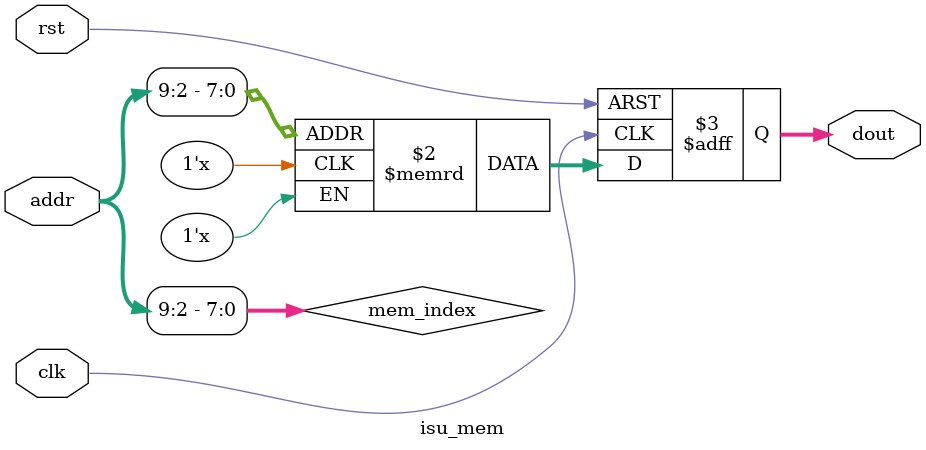
<source format=v>
module isu_mem #(
	parameter MEM_A_WIDTH = 8,
	parameter D_WIDTH = 32,
	parameter A_WIDTH = 32
)
(
	input 						clk,
	input 						rst,
	input [A_WIDTH-1:0] 		addr,
	output reg [D_WIDTH-1:0] 	dout
);

	reg [D_WIDTH-1:0] mem [0:(1<<MEM_A_WIDTH)-1];

	wire [MEM_A_WIDTH-1:0] mem_index;
	assign mem_index = addr[MEM_A_WIDTH + 1 : 2];

	`ifdef LTB_ENV
		initial 
		begin
			$readmemh("../ltb/isu_mem_test_stimuli.hex", mem);
		end
	`endif

	always @(posedge clk, posedge rst)
	begin
		if (rst)
			dout <= {D_WIDTH{1'b0}};
		else
			dout <= mem[mem_index];
	end
endmodule
</source>
